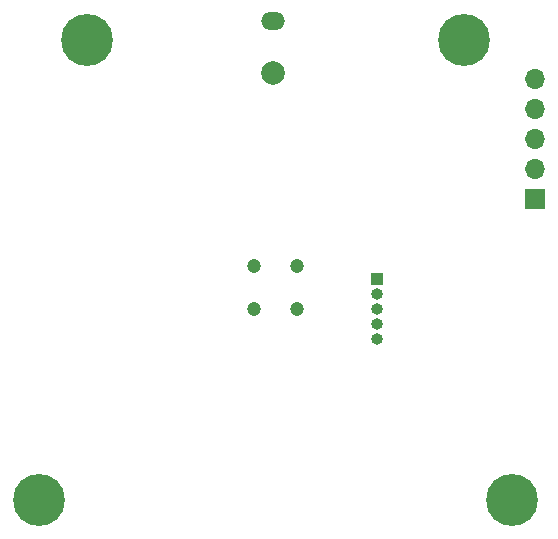
<source format=gbr>
G04 #@! TF.GenerationSoftware,KiCad,Pcbnew,5.1.9*
G04 #@! TF.CreationDate,2021-03-17T14:57:47+01:00*
G04 #@! TF.ProjectId,Y11025HL-WIFI,59313130-3235-4484-9c2d-574946492e6b,rev?*
G04 #@! TF.SameCoordinates,Original*
G04 #@! TF.FileFunction,Soldermask,Bot*
G04 #@! TF.FilePolarity,Negative*
%FSLAX45Y45*%
G04 Gerber Fmt 4.5, Leading zero omitted, Abs format (unit mm)*
G04 Created by KiCad (PCBNEW 5.1.9) date 2021-03-17 14:57:47*
%MOMM*%
%LPD*%
G01*
G04 APERTURE LIST*
%ADD10C,1.200000*%
%ADD11R,1.000000X1.000000*%
%ADD12O,1.000000X1.000000*%
%ADD13O,2.000000X1.500000*%
%ADD14C,2.000000*%
%ADD15C,4.400000*%
%ADD16R,1.700000X1.700000*%
%ADD17O,1.700000X1.700000*%
G04 APERTURE END LIST*
D10*
X9820395Y-10179605D03*
X10179605Y-10179605D03*
X10179605Y-9820395D03*
X9820395Y-9820395D03*
D11*
X10861000Y-9926320D03*
D12*
X10861000Y-10053320D03*
X10861000Y-10180320D03*
X10861000Y-10307320D03*
X10861000Y-10434320D03*
D13*
X9982200Y-7746560D03*
D14*
X9982200Y-8186560D03*
D15*
X8000000Y-11800000D03*
X12000000Y-11800000D03*
X11600000Y-7900000D03*
X8400000Y-7900000D03*
D16*
X12197080Y-9250680D03*
D17*
X12197080Y-8996680D03*
X12197080Y-8742680D03*
X12197080Y-8488680D03*
X12197080Y-8234680D03*
M02*

</source>
